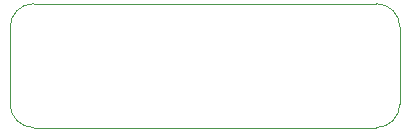
<source format=gbr>
G04 #@! TF.GenerationSoftware,KiCad,Pcbnew,5.99.0-unknown-r16857-c6889b00*
G04 #@! TF.CreationDate,2019-09-24T09:09:54+02:00*
G04 #@! TF.ProjectId,solenoid-board,736f6c65-6e6f-4696-942d-626f6172642e,rev?*
G04 #@! TF.SameCoordinates,Original*
G04 #@! TF.FileFunction,Profile,NP*
%FSLAX46Y46*%
G04 Gerber Fmt 4.6, Leading zero omitted, Abs format (unit mm)*
G04 Created by KiCad (PCBNEW 5.99.0-unknown-r16857-c6889b00) date 2019-09-24 09:09:54*
%MOMM*%
%LPD*%
G04 APERTURE LIST*
%ADD10C,0.050000*%
G04 APERTURE END LIST*
D10*
X126800000Y-101250000D02*
G75*
G02X128800000Y-103250000I0J-2000000D01*
G01*
X128800000Y-109750000D02*
G75*
G02X126800000Y-111750000I-2000000J0D01*
G01*
X97800000Y-111750000D02*
G75*
G02X95800000Y-109750000I0J2000000D01*
G01*
X95800000Y-103250000D02*
G75*
G02X97800000Y-101250000I2000000J0D01*
G01*
X126800000Y-101250000D02*
X97800000Y-101250000D01*
X128800000Y-109750000D02*
X128800000Y-103250000D01*
X97800000Y-111750000D02*
X126800000Y-111750000D01*
X95800000Y-103250000D02*
X95800000Y-109750000D01*
M02*

</source>
